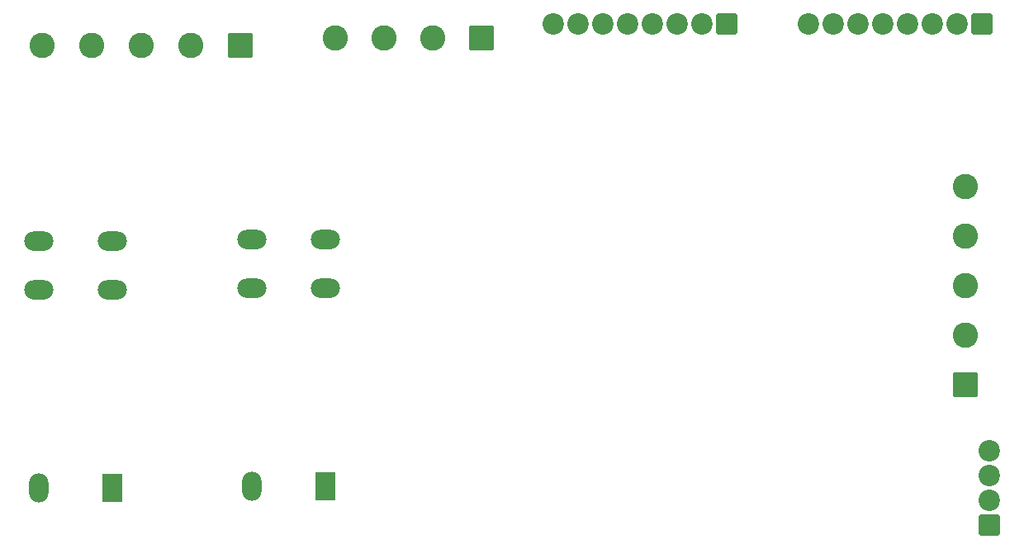
<source format=gbr>
%TF.GenerationSoftware,KiCad,Pcbnew,9.0.7-9.0.7~ubuntu24.04.1*%
%TF.CreationDate,2026-01-30T18:11:10-03:00*%
%TF.ProjectId,Main board,4d61696e-2062-46f6-9172-642e6b696361,1*%
%TF.SameCoordinates,Original*%
%TF.FileFunction,Soldermask,Bot*%
%TF.FilePolarity,Negative*%
%FSLAX46Y46*%
G04 Gerber Fmt 4.6, Leading zero omitted, Abs format (unit mm)*
G04 Created by KiCad (PCBNEW 9.0.7-9.0.7~ubuntu24.04.1) date 2026-01-30 18:11:10*
%MOMM*%
%LPD*%
G01*
G04 APERTURE LIST*
G04 Aperture macros list*
%AMRoundRect*
0 Rectangle with rounded corners*
0 $1 Rounding radius*
0 $2 $3 $4 $5 $6 $7 $8 $9 X,Y pos of 4 corners*
0 Add a 4 corners polygon primitive as box body*
4,1,4,$2,$3,$4,$5,$6,$7,$8,$9,$2,$3,0*
0 Add four circle primitives for the rounded corners*
1,1,$1+$1,$2,$3*
1,1,$1+$1,$4,$5*
1,1,$1+$1,$6,$7*
1,1,$1+$1,$8,$9*
0 Add four rect primitives between the rounded corners*
20,1,$1+$1,$2,$3,$4,$5,0*
20,1,$1+$1,$4,$5,$6,$7,0*
20,1,$1+$1,$6,$7,$8,$9,0*
20,1,$1+$1,$8,$9,$2,$3,0*%
G04 Aperture macros list end*
%ADD10O,3.000000X2.000000*%
%ADD11R,2.000000X3.000000*%
%ADD12O,2.000000X3.000000*%
%ADD13RoundRect,0.249999X0.850001X0.850001X-0.850001X0.850001X-0.850001X-0.850001X0.850001X-0.850001X0*%
%ADD14C,2.200000*%
%ADD15RoundRect,0.249999X0.850001X-0.850001X0.850001X0.850001X-0.850001X0.850001X-0.850001X-0.850001X0*%
%ADD16RoundRect,0.250000X1.050000X1.050000X-1.050000X1.050000X-1.050000X-1.050000X1.050000X-1.050000X0*%
%ADD17C,2.600000*%
%ADD18RoundRect,0.250000X1.050000X-1.050000X1.050000X1.050000X-1.050000X1.050000X-1.050000X-1.050000X0*%
G04 APERTURE END LIST*
D10*
%TO.C,K701*%
X56700000Y-65875000D03*
X56700000Y-60835000D03*
X49200000Y-65875000D03*
X49200000Y-60835000D03*
D11*
X56700000Y-86175000D03*
D12*
X49200000Y-86175000D03*
%TD*%
D13*
%TO.C,J108*%
X97850000Y-38705000D03*
D14*
X95310000Y-38705000D03*
X92770000Y-38705000D03*
X90230000Y-38705000D03*
X87690000Y-38705000D03*
X85150000Y-38705000D03*
X82610000Y-38705000D03*
X80070000Y-38705000D03*
%TD*%
D13*
%TO.C,J101*%
X123985000Y-38705000D03*
D14*
X121445000Y-38705000D03*
X118905000Y-38705000D03*
X116365000Y-38705000D03*
X113825000Y-38705000D03*
X111285000Y-38705000D03*
X108745000Y-38705000D03*
X106205000Y-38705000D03*
%TD*%
D15*
%TO.C,J109*%
X124783711Y-90151799D03*
D14*
X124783711Y-87611799D03*
X124783711Y-85071799D03*
X124783711Y-82531799D03*
%TD*%
D10*
%TO.C,K702*%
X34850000Y-66025000D03*
X34850000Y-60985000D03*
X27350000Y-66025000D03*
X27350000Y-60985000D03*
D11*
X34850000Y-86325000D03*
D12*
X27350000Y-86325000D03*
%TD*%
D16*
%TO.C,J110*%
X72750000Y-40202500D03*
D17*
X67750000Y-40202500D03*
X62750000Y-40202500D03*
X57750000Y-40202500D03*
%TD*%
D18*
%TO.C,J103*%
X122350000Y-75725000D03*
D17*
X122350000Y-70645000D03*
X122350000Y-65565000D03*
X122350000Y-60485000D03*
X122350000Y-55405000D03*
%TD*%
D16*
%TO.C,J105*%
X48010000Y-40907500D03*
D17*
X42930000Y-40907500D03*
X37850000Y-40907500D03*
X32770000Y-40907500D03*
X27690000Y-40907500D03*
%TD*%
M02*

</source>
